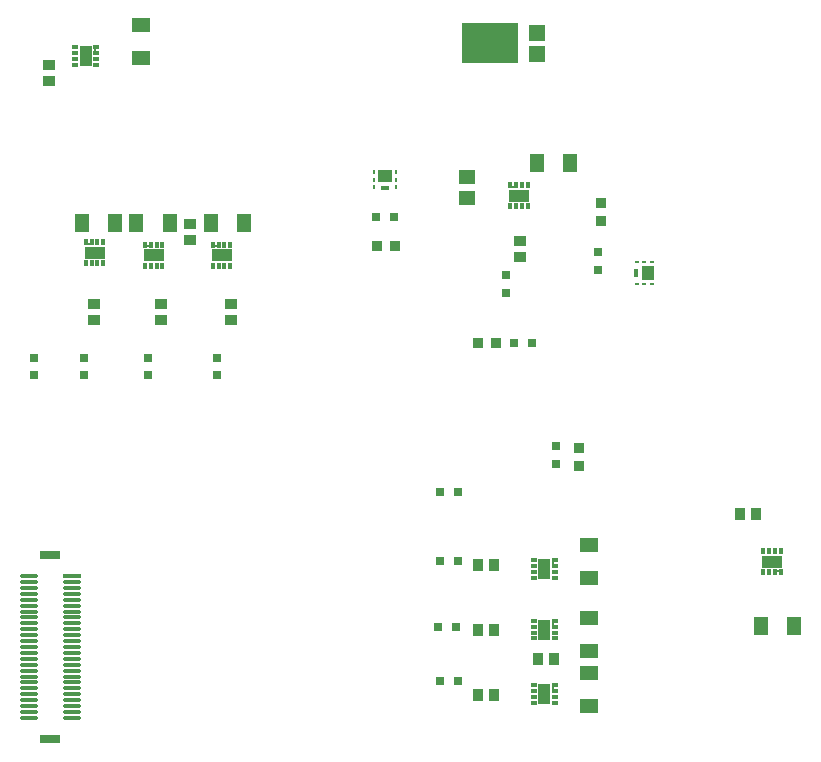
<source format=gtp>
G04*
G04 #@! TF.GenerationSoftware,Altium Limited,Altium Designer,18.0.11 (651)*
G04*
G04 Layer_Color=8421504*
%FSLAX25Y25*%
%MOIN*%
G70*
G01*
G75*
%ADD15R,0.06693X0.03937*%
%ADD16R,0.01181X0.01968*%
%ADD17R,0.03150X0.00787*%
%ADD18R,0.00787X0.03150*%
%ADD19R,0.01968X0.01181*%
%ADD20R,0.03937X0.06693*%
%ADD21R,0.03543X0.03937*%
%ADD22R,0.19134X0.13228*%
%ADD23R,0.05512X0.05472*%
%ADD24R,0.05512X0.04528*%
%ADD25R,0.03347X0.03347*%
%ADD26R,0.03150X0.03150*%
%ADD27R,0.03937X0.03543*%
%ADD28R,0.04724X0.06496*%
%ADD29R,0.06496X0.04724*%
%ADD30R,0.07087X0.03150*%
%ADD31O,0.06299X0.01181*%
%ADD32R,0.06299X0.01181*%
%ADD33R,0.04724X0.06299*%
%ADD34R,0.03150X0.03150*%
%ADD35R,0.01181X0.03110*%
%ADD36R,0.01575X0.00984*%
%ADD37R,0.03937X0.04724*%
%ADD38R,0.03110X0.01181*%
%ADD39R,0.00984X0.01575*%
%ADD40R,0.04724X0.03937*%
%ADD41R,0.03347X0.03347*%
D15*
X178740Y209842D02*
D03*
X262972Y87886D02*
D03*
X79528Y190051D02*
D03*
X56890D02*
D03*
X37205Y190839D02*
D03*
D16*
X181693Y213386D02*
D03*
X179724D02*
D03*
X177756D02*
D03*
X175787D02*
D03*
Y206299D02*
D03*
X177756D02*
D03*
X179724D02*
D03*
X181693D02*
D03*
X260020Y84342D02*
D03*
X261988D02*
D03*
X263957D02*
D03*
X265925D02*
D03*
Y91429D02*
D03*
X263957D02*
D03*
X261988D02*
D03*
X260020D02*
D03*
X82480Y186508D02*
D03*
X80512D02*
D03*
X78543D02*
D03*
X76575D02*
D03*
Y193595D02*
D03*
X78543D02*
D03*
X80512D02*
D03*
X82480D02*
D03*
X59843D02*
D03*
X57874D02*
D03*
X55906D02*
D03*
X53937D02*
D03*
Y186508D02*
D03*
X55906D02*
D03*
X57874D02*
D03*
X59843D02*
D03*
X40157Y187295D02*
D03*
X38189D02*
D03*
X36220D02*
D03*
X34252D02*
D03*
Y194382D02*
D03*
X36220D02*
D03*
X38189D02*
D03*
X40157D02*
D03*
D17*
X176772Y212795D02*
D03*
X264941Y84933D02*
D03*
X77559Y193004D02*
D03*
X54921D02*
D03*
X35236Y193791D02*
D03*
D18*
X190118Y45760D02*
D03*
Y67216D02*
D03*
X37205Y258358D02*
D03*
X190118Y87492D02*
D03*
D19*
X183622Y40839D02*
D03*
Y42807D02*
D03*
Y44776D02*
D03*
Y46744D02*
D03*
X190709D02*
D03*
Y44776D02*
D03*
Y42807D02*
D03*
Y40839D02*
D03*
X183622Y62295D02*
D03*
Y64264D02*
D03*
Y66232D02*
D03*
Y68201D02*
D03*
X190709D02*
D03*
Y66232D02*
D03*
Y64264D02*
D03*
Y62295D02*
D03*
X37795Y253437D02*
D03*
Y255405D02*
D03*
Y257374D02*
D03*
Y259343D02*
D03*
X30709D02*
D03*
Y257374D02*
D03*
Y255405D02*
D03*
Y253437D02*
D03*
X190709Y82571D02*
D03*
Y84539D02*
D03*
Y86508D02*
D03*
Y88476D02*
D03*
X183622D02*
D03*
Y86508D02*
D03*
Y84539D02*
D03*
Y82571D02*
D03*
D20*
X187165Y43791D02*
D03*
Y65248D02*
D03*
X34252Y256390D02*
D03*
X187165Y85524D02*
D03*
D21*
X170236Y43398D02*
D03*
X164921D02*
D03*
X170236Y64961D02*
D03*
X164921D02*
D03*
X170374Y86614D02*
D03*
X165059D02*
D03*
X252461Y103937D02*
D03*
X257776D02*
D03*
X190236Y55307D02*
D03*
X184921D02*
D03*
D22*
X168898Y260630D02*
D03*
D23*
X184547Y256988D02*
D03*
Y264232D02*
D03*
D24*
X161417Y216043D02*
D03*
Y209154D02*
D03*
D25*
X165059Y160630D02*
D03*
X171161D02*
D03*
X137303Y193201D02*
D03*
X131201D02*
D03*
D26*
X183071Y160709D02*
D03*
X177165D02*
D03*
X137008Y202650D02*
D03*
X131102D02*
D03*
X152362Y111024D02*
D03*
X158268D02*
D03*
X152362Y88150D02*
D03*
X158268D02*
D03*
X152362Y48181D02*
D03*
X158268D02*
D03*
X151772Y66102D02*
D03*
X157677D02*
D03*
D27*
X179134Y194783D02*
D03*
Y189469D02*
D03*
X68898Y200287D02*
D03*
Y194973D02*
D03*
X82677Y168398D02*
D03*
Y173713D02*
D03*
X22047Y248122D02*
D03*
Y253437D02*
D03*
X59449Y168398D02*
D03*
Y173713D02*
D03*
X37008Y168398D02*
D03*
Y173713D02*
D03*
D28*
X87008Y200681D02*
D03*
X75984D02*
D03*
X62205D02*
D03*
X51181D02*
D03*
X259449Y66535D02*
D03*
X270472D02*
D03*
X33071Y200681D02*
D03*
X44094D02*
D03*
D29*
X202126Y58063D02*
D03*
Y69087D02*
D03*
Y50681D02*
D03*
Y39658D02*
D03*
X52756Y266929D02*
D03*
Y255906D02*
D03*
X202126Y93496D02*
D03*
Y82472D02*
D03*
D30*
X22449Y90161D02*
D03*
Y28744D02*
D03*
D31*
X15362Y83075D02*
D03*
Y81106D02*
D03*
Y79138D02*
D03*
Y77169D02*
D03*
Y75201D02*
D03*
Y73232D02*
D03*
Y71264D02*
D03*
Y69295D02*
D03*
Y67327D02*
D03*
Y65358D02*
D03*
Y63390D02*
D03*
Y61421D02*
D03*
Y59453D02*
D03*
Y57484D02*
D03*
Y55516D02*
D03*
Y53547D02*
D03*
Y51579D02*
D03*
Y49610D02*
D03*
Y47642D02*
D03*
Y45673D02*
D03*
Y43705D02*
D03*
Y41736D02*
D03*
Y39768D02*
D03*
Y37799D02*
D03*
Y35831D02*
D03*
X29535D02*
D03*
Y37799D02*
D03*
Y39768D02*
D03*
Y41736D02*
D03*
Y43705D02*
D03*
Y45673D02*
D03*
Y47642D02*
D03*
Y49610D02*
D03*
Y51579D02*
D03*
Y53547D02*
D03*
Y55516D02*
D03*
Y57484D02*
D03*
Y59453D02*
D03*
Y61421D02*
D03*
Y63390D02*
D03*
Y65358D02*
D03*
Y67327D02*
D03*
Y69295D02*
D03*
Y71264D02*
D03*
Y73232D02*
D03*
Y75201D02*
D03*
Y77169D02*
D03*
Y79138D02*
D03*
Y81106D02*
D03*
D32*
Y83075D02*
D03*
D33*
X195669Y220866D02*
D03*
X184646D02*
D03*
D34*
X174409Y177559D02*
D03*
Y183465D02*
D03*
X205118Y185249D02*
D03*
Y191155D02*
D03*
X190945Y120472D02*
D03*
Y126378D02*
D03*
X77953Y150000D02*
D03*
Y155905D02*
D03*
X16929Y150000D02*
D03*
Y155905D02*
D03*
X33858Y150000D02*
D03*
Y155905D02*
D03*
X55118Y150000D02*
D03*
Y155905D02*
D03*
D35*
X217559Y184252D02*
D03*
D36*
X223031Y187894D02*
D03*
X220472D02*
D03*
X217913D02*
D03*
Y180610D02*
D03*
X220472D02*
D03*
X223031D02*
D03*
D37*
X221654Y184252D02*
D03*
D38*
X134154Y212335D02*
D03*
D39*
X130512Y217807D02*
D03*
Y215248D02*
D03*
Y212689D02*
D03*
X137795D02*
D03*
Y215248D02*
D03*
Y217807D02*
D03*
D40*
X134154Y216429D02*
D03*
D41*
X205905Y207592D02*
D03*
Y201489D02*
D03*
X198819Y119783D02*
D03*
Y125886D02*
D03*
M02*

</source>
